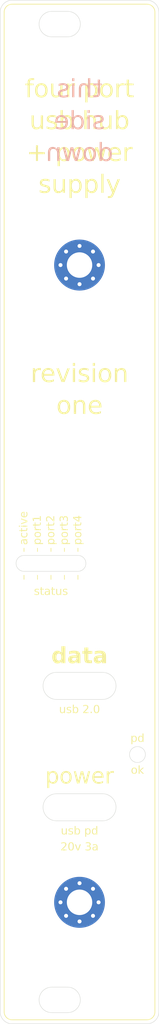
<source format=kicad_pcb>
(kicad_pcb (version 20240108) (generator "pcbnew") (generator_version "8.0")
  (layers (0 "F.Cu" signal) (31 "B.Cu" signal) (34 "B.Paste" user) (35 "F.Paste" user) (36 "B.SilkS" user "B.Silkscreen") (37 "F.SilkS" user "F.Silkscreen") (38 "B.Mask" user) (39 "F.Mask" user) (44 "Edge.Cuts" user))
  (net 0 "")
  (footprint "MountingHole:MountingHole_3.2mm_M3_Pad_Via" (layer "F.Cu") (at 150 140)
    (property "Reference" "H2" (hide yes))
    (property "Value" "MountingHole_Pad")
    (pad "1" thru_hole circle (at -2.4 0) (size 0.8 0.8) (drill 0.5) (layers "*.Cu" "*.Mask"))
    (pad "1" thru_hole circle (at -1.697056 -1.697056) (size 0.8 0.8) (drill 0.5) (layers "*.Cu" "*.Mask"))
    (pad "1" thru_hole circle (at -1.697056 1.697056) (size 0.8 0.8) (drill 0.5) (layers "*.Cu" "*.Mask"))
    (pad "1" thru_hole circle (at 0 -2.4) (size 0.8 0.8) (drill 0.5) (layers "*.Cu" "*.Mask"))
    (pad "1" thru_hole circle (at 0 0) (size 6.4 6.4) (drill 3.2) (layers "*.Cu" "*.Mask"))
    (pad "1" thru_hole circle (at 0 2.4) (size 0.8 0.8) (drill 0.5) (layers "*.Cu" "*.Mask"))
    (pad "1" thru_hole circle (at 1.697056 -1.697056) (size 0.8 0.8) (drill 0.5) (layers "*.Cu" "*.Mask"))
    (pad "1" thru_hole circle (at 1.697056 1.697056) (size 0.8 0.8) (drill 0.5) (layers "*.Cu" "*.Mask"))
    (pad "1" thru_hole circle (at 2.4 0) (size 0.8 0.8) (drill 0.5) (layers "*.Cu" "*.Mask"))
  )
  (footprint "MountingHole:MountingHole_3.2mm_M3_Pad_Via" (layer "F.Cu") (at 150 60)
    (property "Reference" "H1" (hide yes))
    (property "Value" "MountingHole_Pad")
    (pad "1" thru_hole circle (at -2.4 0) (size 0.8 0.8) (drill 0.5) (layers "*.Cu" "*.Mask"))
    (pad "1" thru_hole circle (at -1.697056 -1.697056) (size 0.8 0.8) (drill 0.5) (layers "*.Cu" "*.Mask"))
    (pad "1" thru_hole circle (at -1.697056 1.697056) (size 0.8 0.8) (drill 0.5) (layers "*.Cu" "*.Mask"))
    (pad "1" thru_hole circle (at 0 -2.4) (size 0.8 0.8) (drill 0.5) (layers "*.Cu" "*.Mask"))
    (pad "1" thru_hole circle (at 0 0) (size 6.4 6.4) (drill 3.2) (layers "*.Cu" "*.Mask"))
    (pad "1" thru_hole circle (at 0 2.4) (size 0.8 0.8) (drill 0.5) (layers "*.Cu" "*.Mask"))
    (pad "1" thru_hole circle (at 1.697056 -1.697056) (size 0.8 0.8) (drill 0.5) (layers "*.Cu" "*.Mask"))
    (pad "1" thru_hole circle (at 1.697056 1.697056) (size 0.8 0.8) (drill 0.5) (layers "*.Cu" "*.Mask"))
    (pad "1" thru_hole circle (at 2.4 0) (size 0.8 0.8) (drill 0.5) (layers "*.Cu" "*.Mask"))
  )
  (gr_line (start 159.5 28.25) (end 159.5 153.75) (stroke (width 0.1)) (layer "F.SilkS"))
  (gr_line (start 143 98.95) (end 143 99.45) (stroke (width 0.1)) (layer "F.SilkS"))
  (gr_line (start 148.1 98.95) (end 148.1 99.45) (stroke (width 0.1)) (layer "F.SilkS"))
  (gr_arc (start 158.5 27.25) (mid 159.207107 27.542893) (end 159.5 28.25) (stroke (width 0.1)) (layer "F.SilkS"))
  (gr_line (start 146.4 98.95) (end 146.4 99.45) (stroke (width 0.1)) (layer "F.SilkS"))
  (gr_line (start 149.8 95.95) (end 149.8 95.55) (stroke (width 0.1)) (layer "F.SilkS"))
  (gr_arc (start 140.5 28.25) (mid 140.792893 27.542893) (end 141.5 27.25) (stroke (width 0.1)) (layer "F.SilkS"))
  (gr_line (start 158.5 154.75) (end 141.5 154.75) (stroke (width 0.1)) (layer "F.SilkS"))
  (gr_line (start 140.5 153.75) (end 140.5 28.25) (stroke (width 0.1)) (layer "F.SilkS"))
  (gr_line (start 144.7 95.95) (end 144.7 95.55) (stroke (width 0.1)) (layer "F.SilkS"))
  (gr_line (start 143 95.95) (end 143 95.55) (stroke (width 0.1)) (layer "F.SilkS"))
  (gr_line (start 149.8 98.95) (end 149.8 99.45) (stroke (width 0.1)) (layer "F.SilkS"))
  (gr_arc (start 141.5 154.75) (mid 140.792893 154.457107) (end 140.5 153.75) (stroke (width 0.1)) (layer "F.SilkS"))
  (gr_line (start 144.7 98.95) (end 144.7 99.45) (stroke (width 0.1)) (layer "F.SilkS"))
  (gr_line (start 141.5 27.25) (end 158.5 27.25) (stroke (width 0.1)) (layer "F.SilkS"))
  (gr_line (start 146.4 95.95) (end 146.4 95.55) (stroke (width 0.1)) (layer "F.SilkS"))
  (gr_line (start 148.1 95.95) (end 148.1 95.55) (stroke (width 0.1)) (layer "F.SilkS"))
  (gr_arc (start 159.5 153.75) (mid 159.207107 154.457107) (end 158.5 154.75) (stroke (width 0.1)) (layer "F.SilkS"))
  (gr_arc (start 150.8 97.45) (mid 150.507107 98.157107) (end 149.8 98.45) (stroke (width 0.05)) (layer "Edge.Cuts"))
  (gr_line (start 147.1 111.13) (end 152.9 111.13) (stroke (width 0.05)) (layer "Edge.Cuts"))
  (gr_arc (start 142 97.45) (mid 142.292893 96.742893) (end 143 96.45) (stroke (width 0.05)) (layer "Edge.Cuts"))
  (gr_arc (start 141.5 155.25) (mid 140.43934 154.81066) (end 140 153.75) (stroke (width 0.05)) (layer "Edge.Cuts"))
  (gr_arc (start 158.500001 26.75) (mid 159.560661 27.18934) (end 160.000001 28.25) (stroke (width 0.05)) (layer "Edge.Cuts"))
  (gr_arc (start 146.5 31.35) (mid 144.9 29.75) (end 146.5 28.15) (stroke (width 0.05)) (layer "Edge.Cuts"))
  (gr_arc (start 145.4 112.83) (mid 145.897918 111.627918) (end 147.1 111.13) (stroke (width 0.05)) (layer "Edge.Cuts"))
  (gr_arc (start 148.5 28.15) (mid 150.1 29.75) (end 148.5 31.35) (stroke (width 0.05)) (layer "Edge.Cuts"))
  (gr_arc (start 147.1 114.53) (mid 145.897918 114.032082) (end 145.4 112.83) (stroke (width 0.05)) (layer "Edge.Cuts"))
  (gr_arc (start 154.6 128.07) (mid 154.102082 129.272082) (end 152.9 129.77) (stroke (width 0.05)) (layer "Edge.Cuts"))
  (gr_line (start 147.1 126.37) (end 152.9 126.37) (stroke (width 0.05)) (layer "Edge.Cuts"))
  (gr_line (start 147.1 129.77) (end 152.9 129.77) (stroke (width 0.05)) (layer "Edge.Cuts"))
  (gr_arc (start 146.5 153.85) (mid 144.9 152.25) (end 146.5 150.65) (stroke (width 0.05)) (layer "Edge.Cuts"))
  (gr_arc (start 152.9 126.37) (mid 154.102082 126.867918) (end 154.6 128.07) (stroke (width 0.05)) (layer "Edge.Cuts"))
  (gr_line (start 160.000001 153.750001) (end 160.000001 28.25) (stroke (width 0.05)) (layer "Edge.Cuts"))
  (gr_arc (start 152.9 111.13) (mid 154.102082 111.627918) (end 154.6 112.83) (stroke (width 0.05)) (layer "Edge.Cuts"))
  (gr_line (start 146.5 28.15) (end 148.5 28.15) (stroke (width 0.05)) (layer "Edge.Cuts"))
  (gr_arc (start 140 28.25) (mid 140.43934 27.18934) (end 141.5 26.75) (stroke (width 0.05)) (layer "Edge.Cuts"))
  (gr_line (start 143 98.45) (end 149.8 98.45) (stroke (width 0.05)) (layer "Edge.Cuts"))
  (gr_arc (start 154.6 112.83) (mid 154.102082 114.032082) (end 152.9 114.53) (stroke (width 0.05)) (layer "Edge.Cuts"))
  (gr_arc (start 143 98.45) (mid 142.292893 98.157107) (end 142 97.45) (stroke (width 0.05)) (layer "Edge.Cuts"))
  (gr_arc (start 148.5 150.65) (mid 150.1 152.25) (end 148.5 153.85) (stroke (width 0.05)) (layer "Edge.Cuts"))
  (gr_line (start 147.1 114.53) (end 152.9 114.53) (stroke (width 0.05)) (layer "Edge.Cuts"))
  (gr_line (start 146.5 150.65) (end 148.5 150.65) (stroke (width 0.05)) (layer "Edge.Cuts"))
  (gr_line (start 140 28.25) (end 140 153.75) (stroke (width 0.05)) (layer "Edge.Cuts"))
  (gr_arc (start 145.4 128.07) (mid 145.897918 126.867918) (end 147.1 126.37) (stroke (width 0.05)) (layer "Edge.Cuts"))
  (gr_line (start 141.5 155.25) (end 158.500001 155.250001) (stroke (width 0.05)) (layer "Edge.Cuts"))
  (gr_arc (start 147.1 129.77) (mid 145.897918 129.272082) (end 145.4 128.07) (stroke (width 0.05)) (layer "Edge.Cuts"))
  (gr_arc (start 149.8 96.45) (mid 150.507107 96.742893) (end 150.8 97.45) (stroke (width 0.05)) (layer "Edge.Cuts"))
  (gr_line (start 146.5 31.35) (end 148.5 31.35) (stroke (width 0.05)) (layer "Edge.Cuts"))
  (gr_circle (center 157.3 121.45) (end 156.3 121.45) (stroke (width 0.05)) (fill none) (layer "Edge.Cuts"))
  (gr_arc (start 160.000001 153.750001) (mid 159.560661 154.810661) (end 158.500001 155.250001) (stroke (width 0.05)) (layer "Edge.Cuts"))
  (gr_line (start 158.500001 26.75) (end 141.5 26.75) (stroke (width 0.05)) (layer "Edge.Cuts"))
  (gr_line (start 143 96.45) (end 149.8 96.45) (stroke (width 0.05)) (layer "Edge.Cuts"))
  (gr_line (start 146.5 153.85) (end 148.5 153.85) (stroke (width 0.05)) (layer "Edge.Cuts"))
  (gr_text "down" (at 150 46 0) (layer "B.SilkS") (effects (font (size 2.25 2.25) (thickness 0.1)) (justify mirror)))
  (gr_text "this" (at 150 38 0) (layer "B.SilkS") (effects (font (size 2.25 2.25) (thickness 0.1)) (justify mirror)))
  (gr_text "side" (at 150 42 0) (layer "B.SilkS") (effects (font (size 2.25 2.25) (thickness 0.1)) (justify mirror)))
  (gr_text "ok" (at 157.3 123.45 0) (layer "F.SilkS") (effects (font (size 1 1) (thickness 0.1))))
  (gr_text "pd" (at 157.3 119.45 0) (layer "F.SilkS") (effects (font (size 1 1) (thickness 0.1))))
  (gr_text "revision" (at 150 73.75 0) (layer "F.SilkS") (effects (font (size 2.25 2.25) (thickness 0.1))))
  (gr_text "usb 2.0" (at 150 115.83 0) (layer "F.SilkS") (effects (font (size 1 1))))
  (gr_text "port4" (at 149.8 95.15 90) (layer "F.SilkS") (effects (font (size 1 1)) (justify left)))
  (gr_text "+ power" (at 150 46 0) (layer "F.SilkS") (effects (font (size 2.25 2.25) (thickness 0.1))))
  (gr_text "20v 3a" (at 150 133.07 0) (layer "F.SilkS") (effects (font (size 1 1))))
  (gr_text "one" (at 150 77.75 0) (layer "F.SilkS") (effects (font (size 2.25 2.25) (thickness 0.1))))
  (gr_text "status" (at 146.4 101 0) (layer "F.SilkS") (effects (font (size 1 1))))
  (gr_text "active" (at 143 95.15 90) (layer "F.SilkS") (effects (font (size 1 1)) (justify left)))
  (gr_text "supply" (at 150 50 0) (layer "F.SilkS") (effects (font (size 2.25 2.25) (thickness 0.1))))
  (gr_text "port1" (at 144.7 95.15 90) (layer "F.SilkS") (effects (font (size 1 1)) (justify left)))
  (gr_text "power" (at 150 124.25 0) (layer "F.SilkS") (effects (font (size 2 2) (thickness 0.25))))
  (gr_text "port3" (at 148.1 95.15 90) (layer "F.SilkS") (effects (font (size 1 1)) (justify left)))
  (gr_text "four port" (at 150 38 0) (layer "F.SilkS") (effects (font (size 2.25 2.25) (thickness 0.1))))
  (gr_text "data" (at 150 109.15 0) (layer "F.SilkS") (effects (font (size 2 2) (thickness 0.4) (bold yes))))
  (gr_text "usb pd" (at 150 131.07 0) (layer "F.SilkS") (effects (font (size 1 1))))
  (gr_text "port2" (at 146.4 95.15 90) (layer "F.SilkS") (effects (font (size 1 1)) (justify left)))
  (gr_text "usb hub" (at 150 42 0) (layer "F.SilkS") (effects (font (size 2.25 2.25) (thickness 0.1))))
)
</source>
